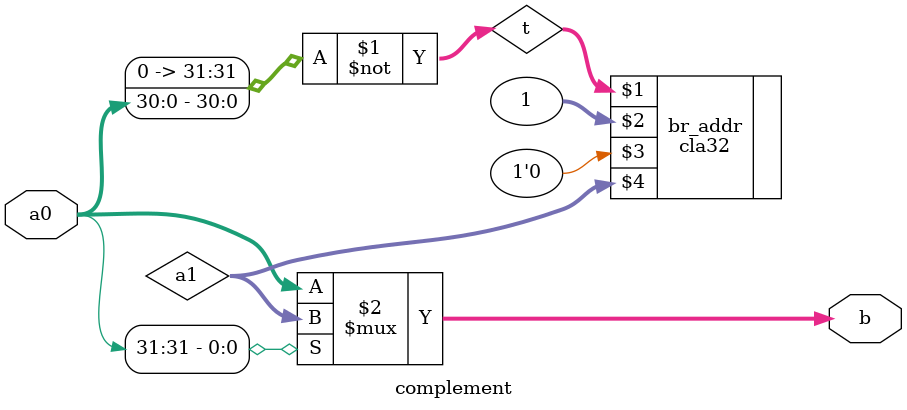
<source format=v>
`timescale 1ns / 1ps


module complement(a0,b);
    input [31:0] a0;
    output [31:0] b;
    wire [31:0] t;
    wire [31:0] a1;
    assign t = ~{{1'b0},a0[30:0]};
    cla32 br_addr (t,32'h1,1'b0,a1);
    assign b = a0[31]?a1:a0;
endmodule 

</source>
